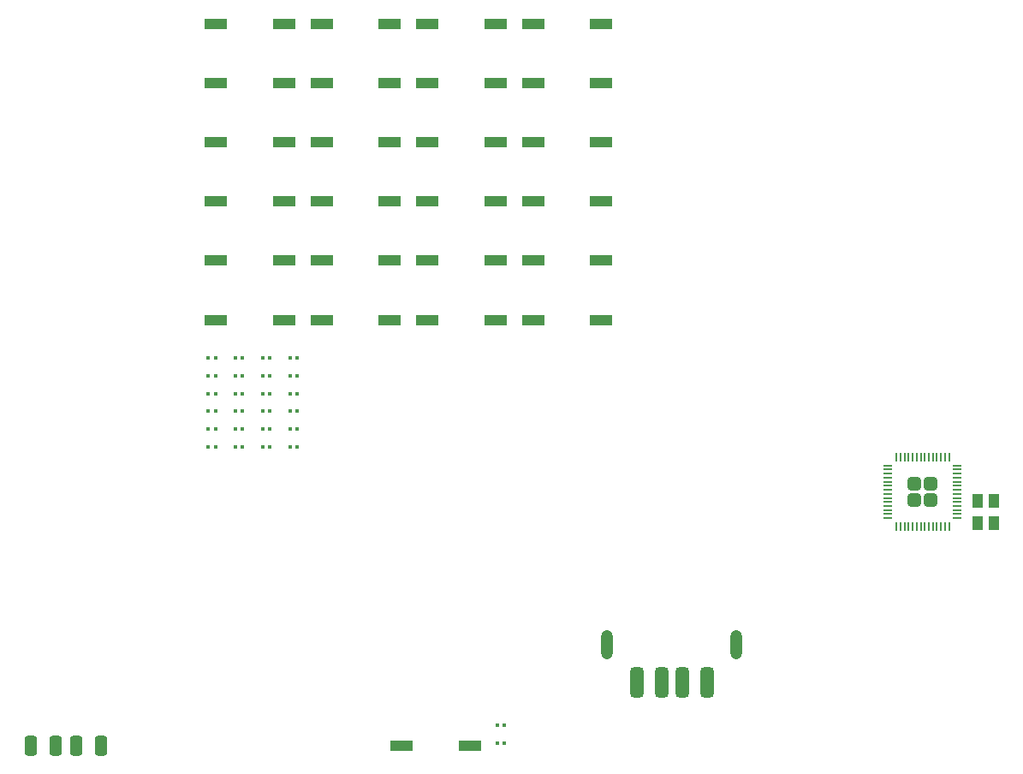
<source format=gbr>
%TF.GenerationSoftware,KiCad,Pcbnew,8.0.3*%
%TF.CreationDate,2024-09-04T14:48:35-07:00*%
%TF.ProjectId,Calculator,43616c63-756c-4617-946f-722e6b696361,rev?*%
%TF.SameCoordinates,Original*%
%TF.FileFunction,Paste,Top*%
%TF.FilePolarity,Positive*%
%FSLAX46Y46*%
G04 Gerber Fmt 4.6, Leading zero omitted, Abs format (unit mm)*
G04 Created by KiCad (PCBNEW 8.0.3) date 2024-09-04 14:48:35*
%MOMM*%
%LPD*%
G01*
G04 APERTURE LIST*
G04 Aperture macros list*
%AMRoundRect*
0 Rectangle with rounded corners*
0 $1 Rounding radius*
0 $2 $3 $4 $5 $6 $7 $8 $9 X,Y pos of 4 corners*
0 Add a 4 corners polygon primitive as box body*
4,1,4,$2,$3,$4,$5,$6,$7,$8,$9,$2,$3,0*
0 Add four circle primitives for the rounded corners*
1,1,$1+$1,$2,$3*
1,1,$1+$1,$4,$5*
1,1,$1+$1,$6,$7*
1,1,$1+$1,$8,$9*
0 Add four rect primitives between the rounded corners*
20,1,$1+$1,$2,$3,$4,$5,0*
20,1,$1+$1,$4,$5,$6,$7,0*
20,1,$1+$1,$6,$7,$8,$9,0*
20,1,$1+$1,$8,$9,$2,$3,0*%
G04 Aperture macros list end*
%ADD10RoundRect,0.079500X-0.079500X-0.100500X0.079500X-0.100500X0.079500X0.100500X-0.079500X0.100500X0*%
%ADD11R,2.160000X1.120000*%
%ADD12RoundRect,0.300000X0.300000X-0.700000X0.300000X0.700000X-0.300000X0.700000X-0.300000X-0.700000X0*%
%ADD13O,1.200000X2.900000*%
%ADD14RoundRect,0.325000X0.325000X1.175000X-0.325000X1.175000X-0.325000X-1.175000X0.325000X-1.175000X0*%
%ADD15RoundRect,0.249999X-0.395001X-0.395001X0.395001X-0.395001X0.395001X0.395001X-0.395001X0.395001X0*%
%ADD16RoundRect,0.050000X-0.387500X-0.050000X0.387500X-0.050000X0.387500X0.050000X-0.387500X0.050000X0*%
%ADD17RoundRect,0.050000X-0.050000X-0.387500X0.050000X-0.387500X0.050000X0.387500X-0.050000X0.387500X0*%
%ADD18R,1.100000X1.400000*%
G04 APERTURE END LIST*
D10*
%TO.C,D16*%
X68053000Y-73074000D03*
X68743000Y-73074000D03*
%TD*%
D11*
%TO.C,SW18*%
X84328000Y-58174000D03*
X91058000Y-58174000D03*
%TD*%
%TO.C,SW17*%
X84328000Y-52324000D03*
X91058000Y-52324000D03*
%TD*%
D10*
%TO.C,D12*%
X65368000Y-76574000D03*
X66058000Y-76574000D03*
%TD*%
%TO.C,D7*%
X65368000Y-67824000D03*
X66058000Y-67824000D03*
%TD*%
D11*
%TO.C,SW23*%
X94778000Y-52324000D03*
X101508000Y-52324000D03*
%TD*%
%TO.C,SW16*%
X84328000Y-46474000D03*
X91058000Y-46474000D03*
%TD*%
%TO.C,SW20*%
X94778000Y-34774000D03*
X101508000Y-34774000D03*
%TD*%
D10*
%TO.C,D3*%
X62683000Y-71324000D03*
X63373000Y-71324000D03*
%TD*%
%TO.C,D20*%
X70738000Y-69574000D03*
X71428000Y-69574000D03*
%TD*%
%TO.C,D5*%
X62683000Y-74824000D03*
X63373000Y-74824000D03*
%TD*%
D11*
%TO.C,SW21*%
X94778000Y-40624000D03*
X101508000Y-40624000D03*
%TD*%
D10*
%TO.C,D15*%
X68053000Y-71324000D03*
X68743000Y-71324000D03*
%TD*%
%TO.C,D19*%
X70738000Y-67824000D03*
X71428000Y-67824000D03*
%TD*%
%TO.C,D10*%
X65368000Y-73074000D03*
X66058000Y-73074000D03*
%TD*%
%TO.C,D11*%
X65368000Y-74824000D03*
X66058000Y-74824000D03*
%TD*%
D11*
%TO.C,SW4*%
X63428000Y-46474000D03*
X70158000Y-46474000D03*
%TD*%
%TO.C,SW14*%
X84328000Y-34774000D03*
X91058000Y-34774000D03*
%TD*%
%TO.C,SW11*%
X73878000Y-52324000D03*
X80608000Y-52324000D03*
%TD*%
%TO.C,SW2*%
X63428000Y-34774000D03*
X70158000Y-34774000D03*
%TD*%
%TO.C,SW9*%
X73878000Y-40624000D03*
X80608000Y-40624000D03*
%TD*%
D10*
%TO.C,D6*%
X62683000Y-76574000D03*
X63373000Y-76574000D03*
%TD*%
%TO.C,D17*%
X68053000Y-74824000D03*
X68743000Y-74824000D03*
%TD*%
%TO.C,D22*%
X70738000Y-73074000D03*
X71428000Y-73074000D03*
%TD*%
D11*
%TO.C,SW10*%
X73878000Y-46474000D03*
X80608000Y-46474000D03*
%TD*%
%TO.C,SW24*%
X94778000Y-58174000D03*
X101508000Y-58174000D03*
%TD*%
%TO.C,SW19*%
X84328000Y-64024000D03*
X91058000Y-64024000D03*
%TD*%
D10*
%TO.C,D4*%
X62683000Y-73074000D03*
X63373000Y-73074000D03*
%TD*%
D11*
%TO.C,SW3*%
X63428000Y-40624000D03*
X70158000Y-40624000D03*
%TD*%
%TO.C,SW12*%
X73878000Y-58174000D03*
X80608000Y-58174000D03*
%TD*%
D12*
%TO.C,R3*%
X45078000Y-106113000D03*
X47578000Y-106113000D03*
X49578000Y-106113000D03*
X52078000Y-106113000D03*
%TD*%
D11*
%TO.C,SW15*%
X84328000Y-40624000D03*
X91058000Y-40624000D03*
%TD*%
D13*
%TO.C,J1*%
X114921999Y-96148000D03*
X102122001Y-96148000D03*
D14*
X112022000Y-99848000D03*
X109522000Y-99848000D03*
X107522000Y-99848000D03*
X105022000Y-99848000D03*
%TD*%
D10*
%TO.C,C2*%
X91248000Y-105864000D03*
X91938000Y-105864000D03*
%TD*%
%TO.C,D2*%
X62683000Y-69574000D03*
X63373000Y-69574000D03*
%TD*%
%TO.C,D9*%
X65368000Y-71324000D03*
X66058000Y-71324000D03*
%TD*%
D11*
%TO.C,SW25*%
X94778000Y-64024000D03*
X101508000Y-64024000D03*
%TD*%
D10*
%TO.C,D14*%
X68053000Y-69574000D03*
X68743000Y-69574000D03*
%TD*%
D11*
%TO.C,SW8*%
X73878000Y-34774000D03*
X80608000Y-34774000D03*
%TD*%
D10*
%TO.C,C1*%
X91248000Y-104114000D03*
X91938000Y-104114000D03*
%TD*%
%TO.C,D23*%
X70738000Y-74824000D03*
X71428000Y-74824000D03*
%TD*%
D11*
%TO.C,SW7*%
X63428000Y-64024000D03*
X70158000Y-64024000D03*
%TD*%
D10*
%TO.C,D13*%
X68053000Y-67824000D03*
X68743000Y-67824000D03*
%TD*%
D11*
%TO.C,SW1*%
X81778000Y-106164000D03*
X88508000Y-106164000D03*
%TD*%
D10*
%TO.C,D8*%
X65368000Y-69574000D03*
X66058000Y-69574000D03*
%TD*%
%TO.C,D18*%
X68053000Y-76574000D03*
X68743000Y-76574000D03*
%TD*%
D15*
%TO.C,U1*%
X132528199Y-80234800D03*
X132528199Y-81834800D03*
X134128199Y-80234800D03*
X134128199Y-81834800D03*
D16*
X129890699Y-78434800D03*
X129890699Y-78834800D03*
X129890699Y-79234800D03*
X129890699Y-79634800D03*
X129890699Y-80034800D03*
X129890699Y-80434800D03*
X129890699Y-80834800D03*
X129890699Y-81234800D03*
X129890699Y-81634800D03*
X129890699Y-82034800D03*
X129890699Y-82434800D03*
X129890699Y-82834800D03*
X129890699Y-83234800D03*
X129890699Y-83634800D03*
D17*
X130728199Y-84472300D03*
X131128199Y-84472300D03*
X131528199Y-84472300D03*
X131928199Y-84472300D03*
X132328199Y-84472300D03*
X132728199Y-84472300D03*
X133128199Y-84472300D03*
X133528199Y-84472300D03*
X133928199Y-84472300D03*
X134328199Y-84472300D03*
X134728199Y-84472300D03*
X135128199Y-84472300D03*
X135528199Y-84472300D03*
X135928199Y-84472300D03*
D16*
X136765699Y-83634800D03*
X136765699Y-83234800D03*
X136765699Y-82834800D03*
X136765699Y-82434800D03*
X136765699Y-82034800D03*
X136765699Y-81634800D03*
X136765699Y-81234800D03*
X136765699Y-80834800D03*
X136765699Y-80434800D03*
X136765699Y-80034800D03*
X136765699Y-79634800D03*
X136765699Y-79234800D03*
X136765699Y-78834800D03*
X136765699Y-78434800D03*
D17*
X135928199Y-77597300D03*
X135528199Y-77597300D03*
X135128199Y-77597300D03*
X134728199Y-77597300D03*
X134328199Y-77597300D03*
X133928199Y-77597300D03*
X133528199Y-77597300D03*
X133128199Y-77597300D03*
X132728199Y-77597300D03*
X132328199Y-77597300D03*
X131928199Y-77597300D03*
X131528199Y-77597300D03*
X131128199Y-77597300D03*
X130728199Y-77597300D03*
%TD*%
D11*
%TO.C,SW13*%
X73878000Y-64024000D03*
X80608000Y-64024000D03*
%TD*%
%TO.C,SW22*%
X94778000Y-46474000D03*
X101508000Y-46474000D03*
%TD*%
D10*
%TO.C,D24*%
X70738000Y-76574000D03*
X71428000Y-76574000D03*
%TD*%
%TO.C,D1*%
X62683000Y-67824000D03*
X63373000Y-67824000D03*
%TD*%
D18*
%TO.C,X1*%
X138727999Y-81924000D03*
X138727999Y-84124000D03*
X140328001Y-84124000D03*
X140328001Y-81924000D03*
%TD*%
D11*
%TO.C,SW6*%
X63428000Y-58174000D03*
X70158000Y-58174000D03*
%TD*%
%TO.C,SW5*%
X63428000Y-52324000D03*
X70158000Y-52324000D03*
%TD*%
D10*
%TO.C,D21*%
X70738000Y-71324000D03*
X71428000Y-71324000D03*
%TD*%
M02*

</source>
